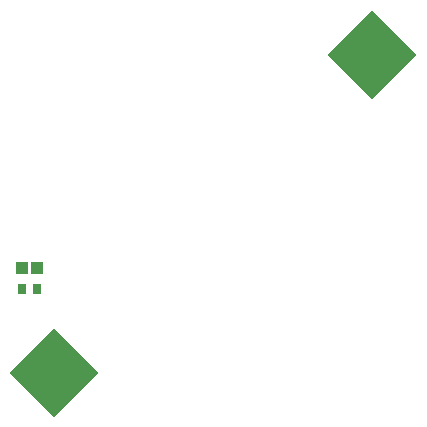
<source format=gbs>
G04*
G04 #@! TF.GenerationSoftware,Altium Limited,Altium Designer,21.3.1 (25)*
G04*
G04 Layer_Color=16711935*
%FSLAX25Y25*%
%MOIN*%
G70*
G04*
G04 #@! TF.SameCoordinates,9192AE54-2D66-49C7-9B86-A226D0D4A20B*
G04*
G04*
G04 #@! TF.FilePolarity,Negative*
G04*
G01*
G75*
%ADD28R,0.02985X0.03197*%
%ADD32R,0.04147X0.04343*%
%ADD48P,0.29416X4X270.0*%
D28*
X113531Y46000D02*
D03*
X118468D02*
D03*
D32*
X113441Y53000D02*
D03*
X118559D02*
D03*
D48*
X124284Y17984D02*
D03*
X230350Y124050D02*
D03*
M02*

</source>
